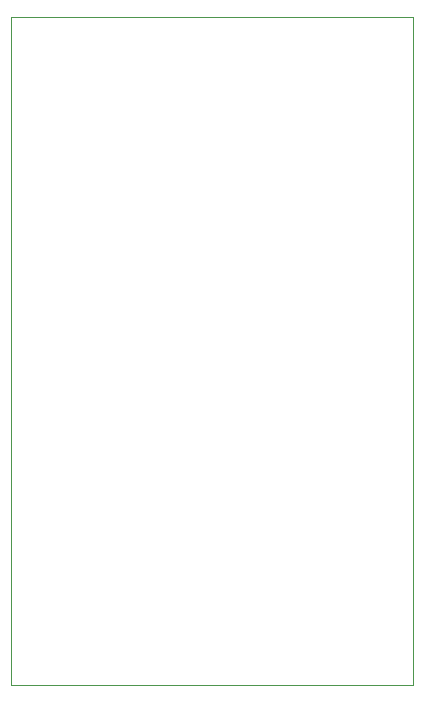
<source format=gbr>
%TF.GenerationSoftware,KiCad,Pcbnew,7.0.6*%
%TF.CreationDate,2023-08-18T05:18:53-04:00*%
%TF.ProjectId,esp-lightthing,6573702d-6c69-4676-9874-7468696e672e,rev?*%
%TF.SameCoordinates,Original*%
%TF.FileFunction,Profile,NP*%
%FSLAX46Y46*%
G04 Gerber Fmt 4.6, Leading zero omitted, Abs format (unit mm)*
G04 Created by KiCad (PCBNEW 7.0.6) date 2023-08-18 05:18:53*
%MOMM*%
%LPD*%
G01*
G04 APERTURE LIST*
%TA.AperFunction,Profile*%
%ADD10C,0.100000*%
%TD*%
G04 APERTURE END LIST*
D10*
X115390000Y-92495000D02*
X149470000Y-92495000D01*
X149470000Y-148985000D01*
X115390000Y-148985000D01*
X115390000Y-92495000D01*
M02*

</source>
